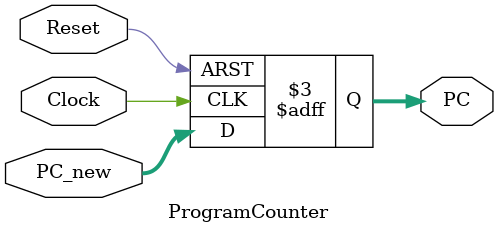
<source format=v>
/*****************************************
 *           Program Counter             *
 *          George T. Gougoudis          *
 *****************************************/

module ProgramCounter
#( parameter DATA_WIDTH = 32 )
(
        input wire Clock,
        input wire Reset,
        input wire [DATA_WIDTH-1 : 0] PC_new,

        output reg [DATA_WIDTH-1 : 0] PC
);

        always @(posedge Clock or negedge Reset) begin
            if (~Reset)
                PC <= 0;
            else
                PC <= PC_new;
        end

endmodule

</source>
